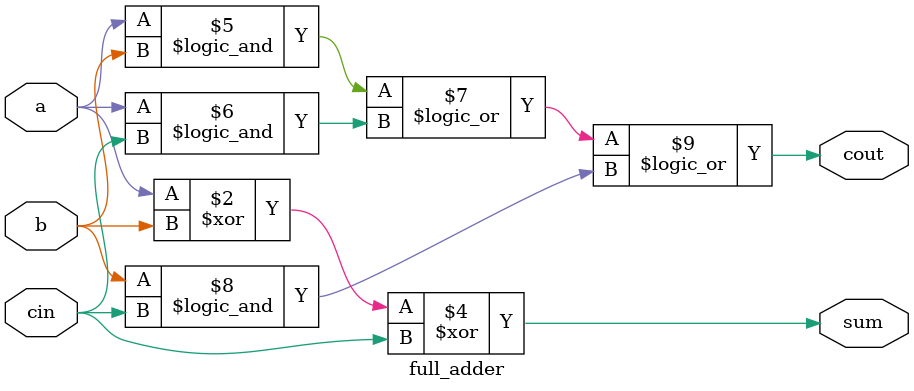
<source format=v>

module full_adder
  (	
        // full adder inputs
        a,
        b,
        cin,
        
        // full adder outputs
        sum,
        cout
        );
   
   input                a;
   input                b;
   input                cin;
   output               sum;
   output               cout;
                           
   wire                  sum;
   wire                  cout;
   
   assign               sum = a ^^ b ^^ cin;
   assign               cout = (a && b) || (a && cin) || (b && cin);

endmodule

</source>
